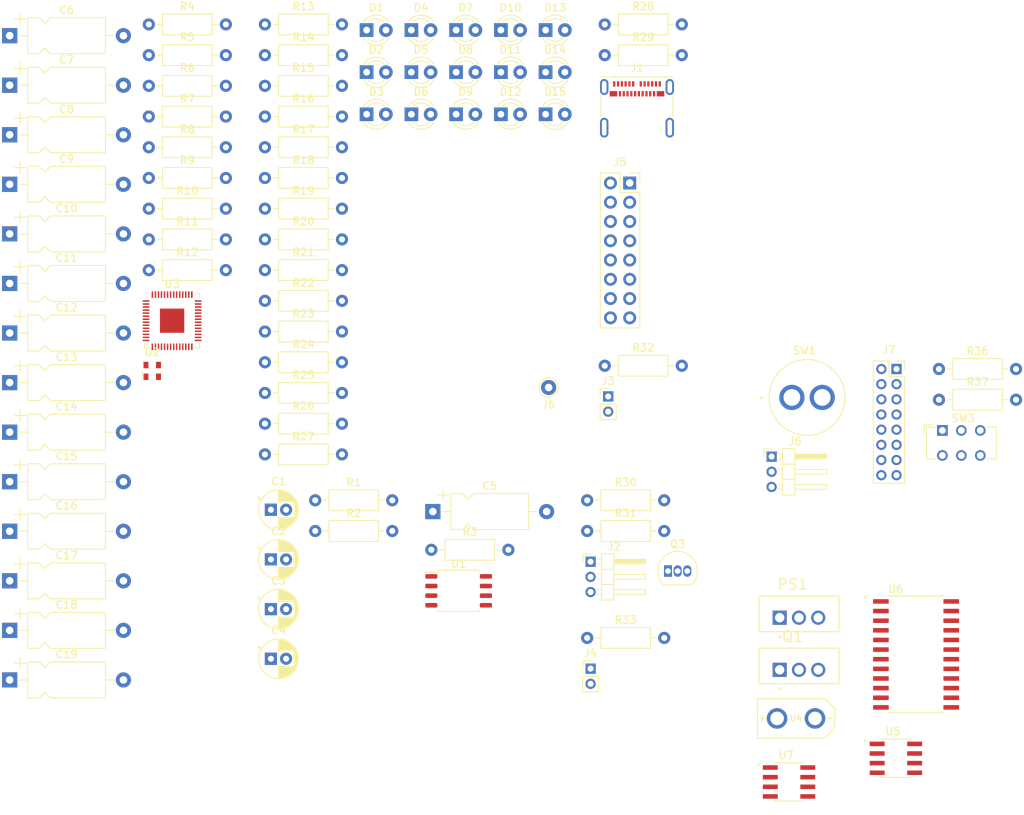
<source format=kicad_pcb>
(kicad_pcb (version 20221018) (generator pcbnew)
  (layers (0 "F.Cu" signal) (31 "B.Cu" signal) (34 "B.Paste" user) (35 "F.Paste" user) (36 "B.SilkS" user "B.Silkscreen") (37 "F.SilkS" user "F.Silkscreen") (38 "B.Mask" user) (39 "F.Mask" user) (44 "Edge.Cuts" user))
  (net 0 "")
  (net 1 "Net-(PS1-IN)")
  (net 2 "/GND")
  (net 3 "/5V")
  (net 4 "/3V3")
  (net 5 "/RP2040/~{RST}")
  (net 6 "/RP2040/1V1")
  (net 7 "Net-(D1-A)")
  (net 8 "Net-(D2-A)")
  (net 9 "Net-(D3-A)")
  (net 10 "Net-(D4-A)")
  (net 11 "Net-(D5-A)")
  (net 12 "Net-(D6-A)")
  (net 13 "Net-(D7-A)")
  (net 14 "Net-(D8-A)")
  (net 15 "Net-(D9-A)")
  (net 16 "Net-(D10-A)")
  (net 17 "Net-(D11-A)")
  (net 18 "Net-(D12-A)")
  (net 19 "Net-(D13-A)")
  (net 20 "Net-(D14-A)")
  (net 21 "Net-(D15-A)")
  (net 24 "Net-(J1-VBUS-PadA4)")
  (net 25 "Net-(J1-CC1)")
  (net 26 "/RP2040/USB_D+")
  (net 27 "/RP2040/USB_D-")
  (net 33 "Net-(J1-CC2)")
  (net 37 "Net-(J2-Pin_3)")
  (net 38 "Net-(J3-Pin_1)")
  (net 39 "Net-(J3-Pin_2)")
  (net 40 "Net-(J4-Pin_1)")
  (net 41 "Net-(J4-Pin_2)")
  (net 42 "Net-(Q3-B)")
  (net 43 "/DR16/USART RX")
  (net 44 "Net-(PS1-OUT)")
  (net 45 "/BOOTSEL/QSPI_SS")
  (net 46 "Net-(U2-Standby)")
  (net 47 "/RP2040/N_USB_D-")
  (net 48 "/RP2040/N_USB_D+")
  (net 49 "/Flash Memory/IO0")
  (net 50 "Net-(U3-QSPI_SD0)")
  (net 51 "/Flash Memory/IO1")
  (net 52 "Net-(U3-QSPI_SD1)")
  (net 53 "/Flash Memory/IO2")
  (net 54 "Net-(U3-QSPI_SD2)")
  (net 55 "/Flash Memory/IO3")
  (net 56 "Net-(U3-QSPI_SD3)")
  (net 57 "/Flash Memory/CLK")
  (net 58 "Net-(U3-QSPI_SCLK)")
  (net 59 "/LED Arrray/LEDx15/out_pin 1")
  (net 60 "/LED Arrray/LEDx15/out_pin 2")
  (net 61 "/LED Arrray/LEDx15/out_pin 3")
  (net 62 "/LED Arrray/LEDx15/out_pin 4")
  (net 63 "/LED Arrray/LEDx15/out_pin 5")
  (net 64 "/LED Arrray/LEDx15/out_pin 6")
  (net 65 "/LED Arrray/LEDx15/out_pin 7")
  (net 66 "/LED Arrray/LEDx15/out_pin 8")
  (net 67 "/LED Arrray/LEDx15/out_pin 9")
  (net 68 "/LED Arrray/LEDx15/out_pin 10")
  (net 69 "/LED Arrray/LEDx15/out_pin 11")
  (net 70 "/LED Arrray/LEDx15/out_pin 12")
  (net 71 "/LED Arrray/LEDx15/out_pin 13")
  (net 72 "/LED Arrray/LEDx15/out_pin 14")
  (net 73 "/LED Arrray/LEDx15/out_pin 15")
  (net 74 "Net-(U2-Out)")
  (net 75 "/CAN1_RX")
  (net 76 "/CAN1_TX")
  (net 77 "/CAN2_RX")
  (net 78 "/CAN2_TX")
  (net 79 "/RP2040/GPIO5")
  (net 80 "/RP2040/GPIO6")
  (net 81 "/RP2040/GPIO7")
  (net 82 "/RP2040/GPIO8")
  (net 83 "/RP2040/GPIO9")
  (net 84 "/RP2040/GPIO10")
  (net 85 "/RP2040/GPIO11")
  (net 86 "/RP2040/GPIO12")
  (net 87 "/RP2040/GPIO13")
  (net 88 "/RP2040/GPIO14")
  (net 89 "/RP2040/GPIO15")
  (net 91 "/RP2040/SWCLK")
  (net 92 "/RP2040/SWDIO")
  (net 93 "/RP2040/GPIO16")
  (net 94 "/RP2040/GPIO17")
  (net 95 "/LED Arrray/input 4")
  (net 96 "/LED Arrray/input 3")
  (net 97 "/LED Arrray/input 2")
  (net 98 "/LED Arrray/input 1")
  (net 99 "/RP2040/GPIO22")
  (net 100 "/RP2040/GPIO23")
  (net 101 "/RP2040/GPIO24")
  (net 102 "/RP2040/GPIO25")
  (net 103 "/RP2040/GPIO26_ADC0")
  (net 104 "/RP2040/GPIO27_ADC1")
  (net 105 "/RP2040/GPIO28_ADC2")
  (net 106 "/RP2040/GPIO29_ADC3")
  (net 107 "/BOOTSEL/3v3")
  (net 108 "Net-(R37-Pad1)")
  (footprint "Capacitor_THT:CP_Radial_D5.0mm_P2.00mm" (layer "F.Cu") (at 85.299775 107.96)
    (fp_text reference "C3" (at 1 -3.75) (layer "F.SilkS"))
    (fp_text value "22uF")
    (pad "1" thru_hole rect (at 0 0) (size 1.6 1.6) (drill 0.8) (layers "*.Cu" "*.Mask") (net 3 "/5V"))
    (pad "2" thru_hole circle (at 2 0) (size 1.6 1.6) (drill 0.8) (layers "*.Cu" "*.Mask") (net 2 "/GND"))
  )
  (footprint "Resistor_THT:R_Axial_DIN0207_L6.3mm_D2.5mm_P10.16mm_Horizontal" (layer "F.Cu") (at 69.2 63.26)
    (fp_text reference "R12" (at 5.08 -2.37) (layer "F.SilkS"))
    (fp_text value "27")
    (pad "1" thru_hole circle (at 0 0) (size 1.6 1.6) (drill 0.8) (layers "*.Cu" "*.Mask") (net 57 "/Flash Memory/CLK"))
    (pad "2" thru_hole oval (at 10.16 0) (size 1.6 1.6) (drill 0.8) (layers "*.Cu" "*.Mask") (net 58 "Net-(U3-QSPI_SCLK)"))
  )
  (footprint "Capacitor_THT:CP_Axial_L10.0mm_D4.5mm_P15.00mm_Horizontal" (layer "F.Cu") (at 50.85 117.3)
    (fp_text reference "C19" (at 7.5 -3.37) (layer "F.SilkS"))
    (fp_text value "1uF")
    (pad "1" thru_hole rect (at 0 0) (size 2 2) (drill 1) (layers "*.Cu" "*.Mask") (net 4 "/3V3"))
    (pad "2" thru_hole oval (at 15 0) (size 2 2) (drill 1) (layers "*.Cu" "*.Mask") (net 4 "/3V3"))
  )
  (footprint "Connector_PinHeader_2.00mm:PinHeader_1x02_P2.00mm_Vertical" (layer "F.Cu") (at 127.45 115.81)
    (fp_text reference "J4" (at 0 -2.06) (layer "F.SilkS"))
    (fp_text value "Conn_01x02")
    (pad "1" thru_hole rect (at 0 0) (size 1.35 1.35) (drill 0.8) (layers "*.Cu" "*.Mask") (net 40 "Net-(J4-Pin_1)"))
    (pad "2" thru_hole oval (at 0 2) (size 1.35 1.35) (drill 0.8) (layers "*.Cu" "*.Mask") (net 41 "Net-(J4-Pin_2)"))
  )
  (footprint "Resistor_THT:R_Axial_DIN0207_L6.3mm_D2.5mm_P10.16mm_Horizontal" (layer "F.Cu") (at 84.51 47.06)
    (fp_text reference "R17" (at 5.08 -2.37) (layer "F.SilkS"))
    (fp_text value "R_US")
    (pad "1" thru_hole circle (at 0 0) (size 1.6 1.6) (drill 0.8) (layers "*.Cu" "*.Mask") (net 63 "/LED Arrray/LEDx15/out_pin 5"))
    (pad "2" thru_hole oval (at 10.16 0) (size 1.6 1.6) (drill 0.8) (layers "*.Cu" "*.Mask") (net 11 "Net-(D5-A)"))
  )
  (footprint "Resistor_THT:R_Axial_DIN0207_L6.3mm_D2.5mm_P10.16mm_Horizontal" (layer "F.Cu") (at 129.32 30.86)
    (fp_text reference "R28" (at 5.08 -2.37) (layer "F.SilkS"))
    (fp_text value "5.1K")
    (pad "1" thru_hole circle (at 0 0) (size 1.6 1.6) (drill 0.8) (layers "*.Cu" "*.Mask") (net 33 "Net-(J1-CC2)"))
    (pad "2" thru_hole oval (at 10.16 0) (size 1.6 1.6) (drill 0.8) (layers "*.Cu" "*.Mask") (net 2 "/GND"))
  )
  (footprint "XT30UPB-M:XT30UPB-M" (layer "F.Cu") (at 154.5435 122.371)
    (fp_text reference "U4" (at 0 0) (layer "F.SilkS") (effects (font (size 0.787402 0.787402))))
    (fp_text value "XT30UPB-M")
    (pad "P$1" thru_hole circle (at -2.5 0) (size 2.7 2.7) (drill 1.8) (layers "*.Cu" "*.Mask") (net 1 "Net-(PS1-IN)"))
    (pad "P$2" thru_hole circle (at 2.5 0) (size 2.7 2.7) (drill 1.8) (layers "*.Cu" "*.Mask") (net 2 "/GND"))
  )
  (footprint "Capacitor_THT:CP_Axial_L10.0mm_D4.5mm_P15.00mm_Horizontal" (layer "F.Cu") (at 50.85 32.345)
    (fp_text reference "C6" (at 7.5 -3.37) (layer "F.SilkS"))
    (fp_text value "1uF")
    (pad "1" thru_hole rect (at 0 0) (size 2 2) (drill 1) (layers "*.Cu" "*.Mask") (net 5 "/RP2040/~{RST}"))
    (pad "2" thru_hole oval (at 15 0) (size 2 2) (drill 1) (layers "*.Cu" "*.Mask") (net 4 "/3V3"))
  )
  (footprint "LED_THT:LED_D3.0mm" (layer "F.Cu") (at 121.52 31.61)
    (fp_text reference "D13" (at 1.27 -2.96) (layer "F.SilkS"))
    (fp_text value "LED")
    (pad "1" thru_hole rect (at 0 0) (size 1.8 1.8) (drill 0.9) (layers "*.Cu" "*.Mask") (net 2 "/GND"))
    (pad "2" thru_hole circle (at 2.54 0) (size 1.8 1.8) (drill 0.9) (layers "*.Cu" "*.Mask") (net 19 "Net-(D13-A)"))
  )
  (footprint "Connector_PinHeader_2.00mm:PinHeader_1x03_P2.00mm_Horizontal" (layer "F.Cu") (at 151.32 87.85)
    (fp_text reference "J6" (at 3.1 -2) (layer "F.SilkS"))
    (fp_text value "Conn_01x03")
    (pad "1" thru_hole rect (at 0 0) (size 1.35 1.35) (drill 0.8) (layers "*.Cu" "*.Mask") (net 92 "/RP2040/SWDIO"))
    (pad "2" thru_hole oval (at 0 2) (size 1.35 1.35) (drill 0.8) (layers "*.Cu" "*.Mask") (net 2 "/GND"))
    (pad "3" thru_hole oval (at 0 4) (size 1.35 1.35) (drill 0.8) (layers "*.Cu" "*.Mask") (net 91 "/RP2040/SWCLK"))
  )
  (footprint "LED_THT:LED_D3.0mm" (layer "F.Cu") (at 121.52 42.71)
    (fp_text reference "D15" (at 1.27 -2.96) (layer "F.SilkS"))
    (fp_text value "LED")
    (pad "1" thru_hole rect (at 0 0) (size 1.8 1.8) (drill 0.9) (layers "*.Cu" "*.Mask") (net 2 "/GND"))
    (pad "2" thru_hole circle (at 2.54 0) (size 1.8 1.8) (drill 0.9) (layers "*.Cu" "*.Mask") (net 21 "Net-(D15-A)"))
  )
  (footprint "Button_Switch_THT:SW_CuK_JS202011CQN_DPDT_Straight" (layer "F.Cu") (at 173.84 84.4)
    (fp_text reference "SW3" (at 2.75 -1.6) (layer "F.SilkS"))
    (fp_text value "SW_Push_Dual")
    (pad "1" thru_hole rect (at 0 0) (size 1.4 1.4) (drill 0.9) (layers "*.Cu" "*.Mask") (net 108 "Net-(R37-Pad1)"))
    (pad "2" thru_hole circle (at 2.5 0) (size 1.4 1.4) (drill 0.9) (layers "*.Cu" "*.Mask") (net 108 "Net-(R37-Pad1)"))
    (pad "3" thru_hole circle (at 5 0) (size 1.4 1.4) (drill 0.9) (layers "*.Cu" "*.Mask") (net 2 "/GND"))
    (pad "4" thru_hole circle (at 0 3.3) (size 1.4 1.4) (drill 0.9) (layers "*.Cu" "*.Mask") (net 2 "/GND"))
    (pad "5" thru_hole circle (at 2.5 3.3) (size 1.4 1.4) (drill 0.9) (layers "*.Cu" "*.Mask"))
    (pad "6" thru_hole circle (at 5 3.3) (size 1.4 1.4) (drill 0.9) (layers "*.Cu" "*.Mask"))
  )
  (footprint "LED_THT:LED_D3.0mm" (layer "F.Cu") (at 97.92 42.71)
    (fp_text reference "D3" (at 1.27 -2.96) (layer "F.SilkS"))
    (fp_text value "LED")
    (pad "1" thru_hole rect (at 0 0) (size 1.8 1.8) (drill 0.9) (layers "*.Cu" "*.Mask") (net 2 "/GND"))
    (pad "2" thru_hole circle (at 2.54 0) (size 1.8 1.8) (drill 0.9) (layers "*.Cu" "*.Mask") (net 9 "Net-(D3-A)"))
  )
  (footprint "Resistor_THT:R_Axial_DIN0207_L6.3mm_D2.5mm_P10.16mm_Horizontal" (layer "F.Cu") (at 69.2 34.91)
    (fp_text reference "R5" (at 5.08 -2.37) (layer "F.SilkS"))
    (fp_text value "10 K")
    (pad "1" thru_hole circle (at 0 0) (size 1.6 1.6) (drill 0.8) (layers "*.Cu" "*.Mask") (net 4 "/3V3"))
    (pad "2" thru_hole oval (at 10.16 0) (size 1.6 1.6) (drill 0.8) (layers "*.Cu" "*.Mask") (net 5 "/RP2040/~{RST}"))
  )
  (footprint "Capacitor_THT:CP_Axial_L10.0mm_D4.5mm_P15.00mm_Horizontal" (layer "F.Cu") (at 50.85 38.88)
    (fp_text reference "C7" (at 7.5 -3.37) (layer "F.SilkS"))
    (fp_text value "1uF")
    (pad "1" thru_hole rect (at 0 0) (size 2 2) (drill 1) (layers "*.Cu" "*.Mask") (net 4 "/3V3"))
    (pad "2" thru_hole oval (at 15 0) (size 2 2) (drill 1) (layers "*.Cu" "*.Mask") (net 4 "/3V3"))
  )
  (footprint "PS1024ALRED:SW_PS1024ALRED" (layer "F.Cu") (at 155.995 80.05)
    (fp_text reference "SW1" (at -0.335 -6.185) (layer "F.SilkS"))
    (fp_text value "SW_Push")
    (pad "1" thru_hole circle (at -2 0) (size 3.32 3.32) (drill 2.21) (layers "*.Cu" "*.Mask") (net 5 "/RP2040/~{RST}"))
    (pad "2" thru_hole circle (at 2 0) (size 3.32 3.32) (drill 2.21) (layers "*.Cu" "*.Mask") (net 2 "/GND"))
  )
  (footprint "SN65HVD230DR:SOIC127P599X175-8N" (layer "F.Cu") (at 153.62 130.755)
    (fp_text reference "U7" (at -0.385 -3.537) (layer "F.SilkS"))
    (fp_text value "SN65HVD230DR")
    (pad "1" smd roundrect (at -2.47 -1.905) (size 1.97 0.6) (layers "F.Cu" "F.Paste" "F.Mask") (roundrect_rratio 0.07) (net 78 "/CAN2_TX"))
    (pad "2" smd roundrect (at -2.47 -0.635) (size 1.97 0.6) (layers "F.Cu" "F.Paste" "F.Mask") (roundrect_rratio 0.07) (net 2 "/GND"))
    (pad "3" smd roundrect (at -2.47 0.635) (size 1.97 0.6) (layers "F.Cu" "F.Paste" "F.Mask") (roundrect_rratio 0.07) (net 4 "/3V3"))
    (pad "4" smd roundrect (at -2.47 1.905) (size 1.97 0.6) (layers "F.Cu" "F.Paste" "F.Mask") (roundrect_rratio 0.07) (net 77 "/CAN2_RX"))
    (pad "5" smd roundrect (at 2.47 1.905) (size 1.97 0.6) (layers "F.Cu" "F.Paste" "F.Mask") (roundrect_rratio 0.07))
    (pad "6" smd roundrect (at 2.47 0.635) (size 1.97 0.6) (layers "F.Cu" "F.Paste" "F.Mask") (roundrect_rratio 0.07) (net 41 "Net-(J4-Pin_2)"))
    (pad "7" smd roundrect (at 2.47 -0.635) (size 1.97 0.6) (layers "F.Cu" "F.Paste" "F.Mask") (roundrect_rratio 0.07) (net 40 "Net-(J4-Pin_1)"))
    (pad "8" smd roundrect (at 2.47 -1.905) (size 1.97 0.6) (layers "F.Cu" "F.Paste" "F.Mask") (roundrect_rratio 0.07) (net 2 "/GND"))
  )
  (footprint "Package_DFN_QFN:QFN-56-1EP_7x7mm_P0.4mm_EP3.2x3.2mm" (layer "F.Cu") (at 72.27 69.93)
    (fp_text reference "U3" (at 0 -4.82) (layer "F.SilkS"))
    (fp_text value "RP2040")
    (pad "1" smd roundrect (at -3.4375 -2.6) (size 0.875 0.2) (layers "F.Cu" "F.Paste" "F.Mask") (net 4 "/3V3"))
    (pad "2" smd roundrect (at -3.4375 -2.2) (size 0.875 0.2) (layers "F.Cu" "F.Paste" "F.Mask") (net 43 "/DR16/USART RX"))
    (pad "3" smd roundrect (at -3.4375 -1.8) (size 0.875 0.2) (layers "F.Cu" "F.Paste" "F.Mask") (net 75 "/CAN1_RX"))
    (pad "4" smd roundrect (at -3.4375 -1.4) (size 0.875 0.2) (layers "F.Cu" "F.Paste" "F.Mask") (net 76 "/CAN1_TX"))
    (pad "5" smd roundrect (at -3.4375 -1) (size 0.875 0.2) (layers "F.Cu" "F.Paste" "F.Mask") (net 77 "/CAN2_RX"))
    (pad "6" smd roundrect (at -3.4375 -0.6) (size 0.875 0.2) (layers "F.Cu" "F.Paste" "F.Mask") (net 78 "/CAN2_TX"))
    (pad "7" smd roundrect (at -3.4375 -0.2) (size 0.875 0.2) (layers "F.Cu" "F.Paste" "F.Mask") (net 79 "/RP2040/GPIO5"))
    (pad "8" smd roundrect (at -3.4375 0.2) (size 0.875 0.2) (layers "F.Cu" "F.Paste" "F.Mask") (net 80 "/RP2040/GPIO6"))
    (pad "9" smd roundrect (at -3.4375 0.6) (size 0.875 0.2) (layers "F.Cu" "F.Paste" "F.Mask") (net 81 "/RP2040/GPIO7"))
    (pad "10" smd roundrect (at -3.4375 1) (size 0.875 0.2) (layers "F.Cu" "F.Paste" "F.Mask") (net 4 "/3V3"))
    (pad "11" smd roundrect (at -3.4375 1.4) (size 0.875 0.2) (layers "F.Cu" "F.Paste" "F.Mask") (net 82 "/RP2040/GPIO8"))
    (pad "12" smd roundrect (at -3.4375 1.8) (size 0.875 0.2) (layers "F.Cu" "F.Paste" "F.Mask") (net 83 "/RP2040/GPIO9"))
    (pad "13" smd roundrect (at -3.4375 2.2) (size 0.875 0.2) (layers "F.Cu" "F.Paste" "F.Mask") (net 84 "/RP2040/GPIO10"))
    (pad "14" smd roundrect (at -3.4375 2.6) (size 0.875 0.2) (layers "F.Cu" "F.Paste" "F.Mask") (net 85 "/RP2040/GPIO11"))
    (pad "15" smd roundrect (at -2.6 3.4375) (size 0.2 0.875) (layers "F.Cu" "F.Paste" "F.Mask") (net 86 "/RP2040/GPIO12"))
    (pad "16" smd roundrect (at -2.2 3.4375) (size 0.2 0.875) (layers "F.Cu" "F.Paste" "F.Mask") (net 87 "/RP2040/GPIO13"))
    (pad "17" smd roundrect (at -1.8 3.4375) (size 0.2 0.875) (layers "F.Cu" "F.Paste" "F.Mask") (net 88 "/RP2040/GPIO14"))
    (pad "18" smd roundrect (at -1.4 3.4375) (size 0.2 0.875) (layers "F.Cu" "F.Paste" "F.Mask") (net 89 "/RP2040/GPIO15"))
    (pad "19" smd roundrect (at -1 3.4375) (size 0.2 0.875) (layers "F.Cu" "F.Paste" "F.Mask") (net 4 "/3V3"))
    (pad "20" smd roundrect (at -0.6 3.4375) (size 0.2 0.875) (layers "F.Cu" "F.Paste" "F.Mask") (net 74 "Net-(U2-Out)"))
    (pad "21" smd roundrect (at -0.2 3.4375) (size 0.2 0.875) (layers "F.Cu" "F.Paste" "F.Mask"))
    (pad "22" smd roundrect (at 0.2 3.4375) (size 0.2 0.875) (layers "F.Cu" "F.Paste" "F.Mask") (net 4 "/3V3"))
    (pad "23" smd roundrect (at 0.6 3.4375) (size 0.2 0.875) (layers "F.Cu" "F.Paste" "F.Mask") (net 6 "/RP2040/1V1"))
    (pad "24" smd roundrect (at 1 3.4375) (size 0.2 0.875) (layers "F.Cu" "F.Paste" "F.Mask") (net 91 "/RP2040/SWCLK"))
    (pad "25" smd roundrect (at 1.4 3.4375) (size 0.2 0.875) (layers "F.Cu" "F.Paste" "F.Mask") (net 92 "/RP2040/SWDIO"))
    (pad "26" smd roundrect (at 1.8 3.4375) (size 0.2 0.875) (layers "F.Cu" "F.Paste" "F.Mask") (net 5 "/RP2040/~{RST}"))
    (pad "27" smd roundrect (at 2.2 3.4375) (size 0.2 0.875) (layers "F.Cu" "F.Paste" "F.Mask") (net 93 "/RP2040/GPIO16"))
    (pad "28" smd roundrect (at 2.6 3.4375) (size 0.2 0.875) (layers "F.Cu" "F.Paste" "F.Mask") (net 94 "/RP2040/GPIO17"))
    (pad "29" smd roundrect (at 3.4375 2.6) (size 0.875 0.2) (layers "F.Cu" "F.Paste" "F.Mask") (net 95 "/LED Arrray/input 4"))
    (pad "30" smd roundrect (at 3.4375 2.2) (size 0.875 0.2) (layers "F.Cu" "F.Paste" "F.Mask") (net 96 "/LED Arrray/input 3"))
    (pad "31" smd roundrect (at 3.4375 1.8) (size 0.875 0.2) (layers "F.Cu" "F.Paste" "F.Mask") (net 97 "/LED Arrray/input 2"))
    (pad "32" smd roundrect (at 3.4375 1.4) (size 0.875 0.2) (layers "F.Cu" "F.Paste" "F.Mask") (net 98 "/LED Arrray/input 1"))
    (pad "33" smd roundrect (at 3.4375 1) (size 0.875 0.2) (layers "F.Cu" "F.Paste" "F.Mask") (net 4 "/3V3"))
    (pad "34" smd roundrect (at 3.4375 0.6) (size 0.875 0.2) (layers "F.Cu" "F.Paste" "F.Mask") (net 99 "/RP2040/GPIO22"))
    (pad "35" smd roundrect (at 3.4375 0.2) (size 0.875 0.2) (layers "F.Cu" "F.Paste" "F.Mask") (net 100 "/RP2040/GPIO23"))
    (pad "36" smd roundrect (at 3.4375 -0.2) (size 0.875 0.2) (layers "F.Cu" "F.Paste" "F.Mask") (net 101 "/RP2040/GPIO24"))
    (pad "37" smd roundrect (at 3.4375 -0.6) (size 0.875 0.2) (layers "F.Cu" "F.Paste" "F.Mask") (net 102 "/RP2040/GPIO25"))
    (pad "38" smd roundrect (at 3.4375 -1) (size 0.875 0.2) (layers "F.Cu" "F.Paste" "F.Mask") (net 103 "/RP2040/GPIO26_ADC0"))
    (pad "39" smd roundrect (at 3.4375 -1.4) (size 0.875 0.2) (layers "F.Cu" "F.Paste" "F.Mask") (net 104 "/RP2040/GPIO27_ADC1"))
    (pad "40" smd roundrect (at 3.4375 -1.8) (size 0.875 0.2) (layers "F.Cu" "F.Paste" "F.Mask") (net 105 "/RP2040/GPIO28_ADC2"))
    (pad "41" smd roundrect (at 3.4375 -2.2) (size 0.875 0.2) (layers "F.Cu" "F.Paste" "F.Mask") (net 106 "/RP2040/GPIO29_ADC3"))
    (pad "42" smd roundrect (at 3.4375 -2.6) (size 0.875 0.2) (layers "F.Cu" "F.Paste" "F.Mask") (net 4 "/3V3"))
    (pad "43" smd roundrect (at 2.6 -3.4375) (size 0.2 0.875) (layers "F.Cu" "F.Paste" "F.Mask") (net 4 "/3V3"))
    (pad "44" smd roundrect (at 2.2 -3.4375) (size 0.2 0.875) (layers "F.Cu" "F.Paste" "F.Mask") (net 4 "/3V3"))
    (pad "45" smd roundrect (at 1.8 -3.4375) (size 0.2 0.875) (layers "F.Cu" "F.Paste" "F.Mask") (net 6 "/RP2040/1V1"))
    (pad "46" smd roundrect (at 1.4 -3.4375) (size 0.2 0.875) (layers "F.Cu" "F.Paste" "F.Mask") (net 48 "/RP2040/N_USB_D+"))
    (pad "47" smd roundrect (at 1 -3.4375) (size 0.2 0.875) (layers "F.Cu" "F.Paste" "F.Mask") (net 47 "/RP2040/N_USB_D-"))
    (pad "48" smd roundrect (at 0.6 -3.4375) (size 0.2 0.875) (layers "F.Cu" "F.Paste" "F.Mask") (net 4 "/3V3"))
    (pad "49" smd roundrect (at 0.2 -3.4375) (size 0.2 0.875) (layers "F.Cu" "F.Paste" "F.Mask") (net 4 "/3V3"))
    (pad "50" smd roundrect (at -0.2 -3.4375) (size 0.2 0.875) (layers "F.Cu" "F.Paste" "F.Mask") (net 6 "/RP2040/1V1"))
    (pad "51" smd roundrect (at -0.6 -3.4375) (size 0.2 0.875) (layers "F.Cu" "F.Paste" "F.Mask") (net 56 "Net-(U3-QSPI_SD3)"))
    (pad "52" smd roundrect (at -1 -3.4375) (size 0.2 0.875) (layers "F.Cu" "F.Paste" "F.Mask") (net 58 "Net-(U3-QSPI_SCLK)"))
    (pad "53" smd roundrect (at -1.4 -3.4375) (size 0.2 0.875) (layers "F.Cu" "F.Paste" "F.Mask") (net 50 "Net-(U3-QSPI_SD0)"))
    (pad "54" smd roundrect (at -1.8 -3.4375) (size 0.2 0.875) (layers "F.Cu" "F.Paste" "F.Mask") (net 54 "Net-(U3-QSPI_SD2)"))
    (pad "55" smd roundrect (at -2.2 -3.4375) (size 0.2 0.875) (layers "F.Cu" "F.Paste" "F.Mask") (net 52 "Net-(U3-QSPI_SD1)"))
    (pad "56" smd roundrect (at -2.6 -3.4375) (size 0.2 0.875) (layers "F.Cu" "F.Paste" "F.Mask") (net 45 "/BOOTSEL/QSPI_SS"))
    (pad "57" smd rect (at 0 0) (size 3.2 3.2) (layers "F.Cu" "F.Mask") (net 4 "/3V3"))
  )
  (footprint "Capacitor_THT:CP_Axial_L10.0mm_D4.5mm_P15.00mm_Horizontal" (layer "F.Cu") (at 50.85 51.95)
    (fp_text reference "C9" (at 7.5 -3.37) (layer "F.SilkS"))
    (fp_text value "1uF")
    (pad "1" thru_hole rect (at 0 0) (size 2 2) (drill 1) (layers "*.Cu" "*.Mask") (net 6 "/RP2040/1V1"))
    (pad "2" thru_hole oval (at 15 0) (size 2 2) (drill 1) (layers "*.Cu" "*.Mask") (net 4 "/3V3"))
  )
  (footprint "Resistor_THT:R_Axial_DIN0207_L6.3mm_D2.5mm_P10.16mm_Horizontal" (layer "F.Cu") (at 69.2 47.06)
    (fp_text reference "R8" (at 5.08 -2.37) (layer "F.SilkS"))
    (fp_text value "27")
    (pad "1" thru_hole circle (at 0 0) (size 1.6 1.6) (drill 0.8) (layers "*.Cu" "*.Mask") (net 49 "/Flash Memory/IO0"))
    (pad "2" thru_hole oval (at 10.16 0) (size 1.6 1.6) (drill 0.8) (layers "*.Cu" "*.Mask") (net 50 "Net-(U3-QSPI_SD0)"))
  )
  (footprint "Resistor_THT:R_Axial_DIN0207_L6.3mm_D2.5mm_P10.16mm_Horizontal" (layer "F.Cu") (at 69.2 30.86)
    (fp_text reference "R4" (at 5.08 -2.37) (layer "F.SilkS"))
    (fp_text value "10 K")
    (pad "1" thru_hole circle (at 0 0) (size 1.6 1.6) (drill 0.8) (layers "*.Cu" "*.Mask") (net 4 "/3V3"))
    (pad "2" thru_hole oval (at 10.16 0) (size 1.6 1.6) (drill 0.8) (layers "*.Cu" "*.Mask") (net 46 "Net-(U2-Standby)"))
  )
  (footprint "Capacitor_THT:CP_Radial_D5.0mm_P2.00mm" (layer "F.Cu") (at 85.299775 114.51)
    (fp_text reference "C4" (at 1 -3.75) (layer "F.SilkS"))
    (fp_text value "10uF MUST BE TANTALUM")
    (pad "1" thru_hole rect (at 0 0) (size 1.6 1.6) (drill 0.8) (layers "*.Cu" "*.Mask") (net 4 "/3V3"))
    (pad "2" thru_hole circle (at 2 0) (size 1.6 1.6) (drill 0.8) (layers "*.Cu" "*.Mask") (net 2 "/GND"))
  )
  (footprint "Package_TO_SOT_THT:TO-92_Inline" (layer "F.Cu") (at 137.66 102.94)
    (fp_text reference "Q3" (at 1.27 -3.56) (layer "F.SilkS"))
    (fp_text value "PN2222A")
    (pad "1" thru_hole rect (at 0 0) (size 1.05 1.5) (drill 0.75) (layers "*.Cu" "*.Mask") (net 2 "/GND"))
    (pad "2" thru_hole oval (at 1.27 0) (size 1.05 1.5) (drill 0.75) (layers "*.Cu" "*.Mask") (net 42 "Net-(Q3-B)"))
    (pad "3" thru_hole oval (at 2.54 0) (size 1.05 1.5) (drill 0.75) (layers "*.Cu" "*.Mask") (net 43 "/DR16/USART RX"))
  )
  (footprint "LED_THT:LED_D3.0mm" (layer "F.Cu") (at 115.62 31.61)
    (fp_text reference "D10" (at 1.27 -2.96) (layer "F.SilkS"))
    (fp_text value "LED")
    (pad "1" thru_hole rect (at 0 0) (size 1.8 1.8) (drill 0.9) (layers "*.Cu" "*.Mask") (net 2 "/GND"))
    (pad "2" thru_hole circle (at 2.54 0) (size 1.8 1.8) (drill 0.9) (layers "*.Cu" "*.Mask") (net 16 "Net-(D10-A)"))
  )
  (footprint "Capacitor_THT:CP_Axial_L10.0mm_D4.5mm_P15.00mm_Horizontal" (layer "F.Cu") (at 50.85 78.09)
    (fp_text reference "C13" (at 7.5 -3.37) (layer "F.SilkS"))
    (fp_text value "1uF")
    (pad "1" thru_hole rect (at 0 0) (size 2 2) (drill 1) (layers "*.Cu" "*.Mask") (net 4 "/3V3"))
    (pad "2" thru_hole oval (at 15 0) (size 2 2) (drill 1) (layers "*.Cu" "*.Mask") (net 4 "/3V3"))
  )
  (footprint "Capacitor_THT:CP_Axial_L10.0mm_D4.5mm_P15.00mm_Horizontal" (layer "F.Cu") (at 106.65 95.095)
    (fp_text reference "C5" (at 7.5 -3.37) (layer "F.SilkS"))
    (fp_text value "1uF")
    (pad "1" thru_hole rect (at 0 0) (size 2 2) (drill 1) (layers "*.Cu" "*.Mask") (net 2 "/GND"))
    (pad "2" thru_hole oval (at 15 0) (size 2 2) (drill 1) (layers "*.Cu" "*.Mask") (net 4 "/3V3"))
  )
  (footprint "Connector_PinSocket_2.54mm:PinSocket_2x08_P2.54mm_Vertical" (layer "F.Cu") (at 132.61 51.77)
    (fp_text reference "J5" (at -1.27 -2.77) (layer "F.SilkS"))
    (fp_text value "Conn_02x08_Row_Letter_First")
    (pad "1" thru_hole rect (at 0 0) (size 1.7 1.7) (drill 1) (layers "*.Cu" "*.Mask"))
    (pad "2" thru_hole oval (at -2.54 0) (size 1.7 1.7) (drill 1) (layers "*.Cu" "*.Mask"))
    (pad "3" thru_hole oval (at 0 2.54) (size 1.7 1.7) (drill 1) (layers "*.Cu" "*.Mask"))
    (pad "4" thru_hole oval (at -2.54 2.54) (size 1.7 1.7) (drill 1) (layers "*.Cu" "*.Mask"))
    (pad "5" thru_hole oval (at 0 5.08) (size 1.7 1.7) (drill 1) (layers "*.Cu" "*.Mask"))
    (pad "6" thru_hole oval (at -2.54 5.08) (size 1.7 1.7) (drill 1) (layers "*.Cu" "*.Mask"))
    (pad "7" thru_hole oval (at 0 7.62) (size 1.7 1.7) (drill 1) (layers "*.Cu" "*.Mask"))
    (pad "8" thru_hole oval (at -2.54 7.62) (size 1.7 1.7) (drill 1) (layers "*.Cu" "*.Mask"))
    (pad "9" thru_hole oval (at 0 10.16) (size 1.7 1.7) (drill 1) (layers "*.Cu" "*.Mask"))
    (pad "10" thru_hole oval (at -2.54 10.16) (size 1.7 1.7) (drill 1) (layers "*.Cu" "*.Mask"))
    (pad "11" thru_hole oval (at 0 12.7) (size 1.7 1.7) (drill 1) (layers "*.Cu" "*.Mask"))
    (pad "12" thru_hole oval (at -2.54 12.7) (size 1.7 1.7) (drill 1) (layers "*.Cu" "*.Mask"))
    (pad "13" thru_hole oval (at 0 15.24) (size 1.7 1.7) (drill 1) (layers "*.Cu" "*.Mask"))
    (pad "14" thru_hole oval (at -2.54 15.24) (size 1.7 1.7) (drill 1) (layers "*.Cu" "*.Mask"))
    (pad "15" thru_hole oval (at 0 17.78) (size 1.7 1.7) (drill 1) (layers "*.Cu" "*.Mask"))
    (pad "16" thru_hole oval (at -2.54 17.78) (size 1.7 1.7) (drill 1) (layers "*.Cu" "*.Mask"))
  )
  (footprint "Resistor_THT:R_Axial_DIN0207_L6.3mm_D2.5mm_P10.16mm_Horizontal" (layer "F.Cu") (at 173.39 76.3)
    (fp_text reference "R36" (at 5.08 -2.37) (layer "F.SilkS"))
    (fp_text value "1K")
    (pad "1" thru_hole circle (at 0 0) (size 1.6 1.6) (drill 0.8) (layers "*.Cu" "*.Mask") (net 107 "/BOOTSEL/3v3"))
    (pad "2" thru_hole oval (at 10.16 0) (size 1.6 1.6) (drill 0.8) (layers "*.Cu" "*.Mask") (net 45 "/BOOTSEL/QSPI_SS"))
  )
  (footprint "Resistor_THT:R_Axial_DIN0207_L6.3mm_D2.5mm_P10.16mm_Horizontal" (layer "F.Cu") (at 84.51 87.56)
    (fp_text reference "R27" (at 5.08 -2.37) (layer "F.SilkS"))
    (fp_text value "R_US")
    (pad "1" thru_hole circle (at 0 0) (size 1.6 1.6) (drill 0.8) (layers "*.Cu" "*.Mask") (net 73 "/LED Arrray/LEDx15/out_pin 15"))
    (pad "2" thru_hole oval (at 10.16 0) (size 1.6 1.6) (drill 0.8) (layers "*.Cu" "*.Mask") (net 21 "Net-(D15-A)"))
  )
  (footprint "Capacitor_THT:CP_Axial_L10.0mm_D4.5mm_P15.00mm_Horizontal" (layer "F.Cu") (at 50.85 84.625)
    (fp_text reference "C14" (at 7.5 -3.37) (layer "F.SilkS"))
    (fp_text value "1uF")
    (pad "1" thru_hole rect (at 0 0) (size 2 2) (drill 1) (layers "*.Cu" "*.Mask") (net 4 "/3V3"))
    (pad "2" thru_hole oval (at 15 0) (size 2 2) (drill 1) (layers "*.Cu" "*.Mask") (net 4 "/3V3"))
  )
  (footprint "Resistor_THT:R_Axial_DIN0207_L6.3mm_D2.5mm_P10.16mm_Horizontal" (layer "F.Cu") (at 84.51 51.11)
    (fp_text reference "R18" (at 5.08 -2.37) (layer "F.SilkS"))
    (fp_text value "R_US")
    (pad "1" thru_hole circle (at 0 0) (size 1.6 1.6) (drill 0.8) (layers "*.Cu" "*.Mask") (net 64 "/LED Arrray/LEDx15/out_pin 6"))
    (pad "2" thru_hole oval (at 10.16 0) (size 1.6 1.6) (drill 0.8) (layers "*.Cu" "*.Mask") (net 12 "Net-(D6-A)"))
  )
  (footprint "Resistor_THT:R_Axial_DIN0207_L6.3mm_D2.5mm_P10.16mm_Horizontal" (layer "F.Cu") (at 127 97.66)
    (fp_text reference "R31" (at 5.08 -2.37) (layer "F.SilkS"))
    (fp_text value "R")
    (pad "1" thru_hole circle (at 0 0) (size 1.6 1.6) (drill 0.8) (layers "*.Cu" "*.Mask") (net 4 "/3V3"))
    (pad "2" thru_hole oval (at 10.16 0) (size 1.6 1.6) (drill 0.8) (layers "*.Cu" "*.Mask") (net 43 "/DR16/USART RX"))
  )
  (footprint "LED_THT:LED_D3.0mm" (layer "F.Cu") (at 109.72 42.71)
    (fp_text reference "D9" (at 1.27 -2.96) (layer "F.SilkS"))
    (fp_text value "LED")
    (pad "1" thru_hole rect (at 0 0) (size 1.8 1.8) (drill 0.9) (layers "*.Cu" "*.Mask") (net 2 "/GND"))
    (pad "2" thru_hole circle (at 2.54 0) (size 1.8 1.8) (drill 0.9) (layers "*.Cu" "*.Mask") (net 15 "Net-(D9-A)"))
  )
  (footprint "CD4514BM:SOIC127P1030X265-24N" (layer "F.Cu") (at 170.37 113.9325)
    (fp_text reference "U6" (at -2.685 -8.612) (layer "F.SilkS"))
    (fp_text value "CD4514BM")
    (pad "1" smd roundrect (at -4.64 -6.985) (size 2.06 0.6) (layers "F.Cu" "F.Paste" "F.Mask") (roundrect_rratio 0.07))
    (pad "2" smd roundrect (at -4.64 -5.715) (size 2.06 0.6) (layers "F.Cu" "F.Paste" "F.Mask") (roundrect_rratio 0.07) (net 98 "/LED Arrray/input 1"))
    (pad "3" smd roundrect (at -4.64 -4.445) (size 2.06 0.6) (layers "F.Cu" "F.Paste" "F.Mask") (roundrect_rratio 0.07) (net 97 "/LED Arrray/input 2"))
    (pad "4" smd roundrect (at -4.64 -3.175) (size 2.06 0.6) (layers "F.Cu" "F.Paste" "F.Mask") (roundrect_rratio 0.07) (net 65 "/LED Arrray/LEDx15/out_pin 7"))
    (pad "5" smd roundrect (at -4.64 -1.905) (size 2.06 0.6) (layers "F.Cu" "F.Paste" "F.Mask") (roundrect_rratio 0.07) (net 64 "/LED Arrray/LEDx15/out_pin 6"))
    (pad "6" smd roundrect (at -4.64 -0.635) (size 2.06 0.6) (layers "F.Cu" "F.Paste" "F.Mask") (roundrect_rratio 0.07) (net 63 "/LED Arrray/LEDx15/out_pin 5"))
    (pad "7" smd roundrect (at -4.64 0.635) (size 2.06 0.6) (layers "F.Cu" "F.Paste" "F.Mask") (roundrect_rratio 0.07) (net 62 "/LED Arrray/LEDx15/out_pin 4"))
    (pad "8" smd roundrect (at -4.64 1.905) (size 2.06 0.6) (layers "F.Cu" "F.Paste" "F.Mask") (roundrect_rratio 0.07) (net 61 "/LED Arrray/LEDx15/out_pin 3"))
    (pad "9" smd roundrect (at -4.64 3.175) (size 2.06 0.6) (layers "F.Cu" "F.Paste" "F.Mask") (roundrect_rratio 0.07) (net 60 "/LED Arrray/LEDx15/out_pin 2"))
    (pad "10" smd roundrect (at -4.64 4.445) (size 2.06 0.6) (layers "F.Cu" "F.Paste" "F.Mask") (roundrect_rratio 0.07) (net 59 "/LED Arrray/LEDx15/out_pin 1"))
    (pad "11" smd roundrect (at -4.64 5.715) (size 2.06 0.6) (layers "F.Cu" "F.Paste" "F.Mask") (roundrect_rratio 0.07))
    (pad "12" smd roundrect (at -4.64 6.985) (size 2.06 0.6) (layers "F.Cu" "F.Paste" "F.Mask") (roundrect_rratio 0.07) (net 2 "/GND"))
    (pad "13" smd roundrect (at 4.64 6.985) (size 2.06 0.6) (layers "F.Cu" "F.Paste" "F.Mask") (roundrect_rratio 0.07) (net 71 "/LED Arrray/LEDx15/out_pin 13"))
    (pad "14" smd roundrect (at 4.64 5.715) (size 2.06 0.6) (layers "F.Cu" "F.Paste" "F.Mask") (roundrect_rratio 0.07) (net 70 "/LED Arrray/LEDx15/out_pin 12"))
    (pad "15" smd roundrect (at 4.64 4.445) (size 2.06 0.6) (layers "F.Cu" "F.Paste" "F.Mask") (roundrect_rratio 0.07) (net 73 "/LED Arrray/LEDx15/out_pin 15"))
    (pad "16" smd roundrect (at 4.64 3.175) (size 2.06 0.6) (layers "F.Cu" "F.Paste" "F.Mask") (roundrect_rratio 0.07) (net 72 "/LED Arrray/LEDx15/out_pin 14"))
    (pad "17" smd roundrect (at 4.64 1.905) (size 2.06 0.6) (layers "F.Cu" "F.Paste" "F.Mask") (roundrect_rratio 0.07) (net 67 "/LED Arrray/LEDx15/out_pin 9"))
    (pad "18" smd roundrect (at 4.64 0.635) (size 2.06 0.6) (layers "F.Cu" "F.Paste" "F.Mask") (roundrect_rratio 0.07) (net 66 "/LED Arrray/LEDx15/out_pin 8"))
    (pad "19" smd roundrect (at 4.64 -0.635) (size 2.06 0.6) (layers "F.Cu" "F.Paste" "F.Mask") (roundrect_rratio 0.07) (net 69 "/LED Arrray/LEDx15/out_pin 11"))
    (pad "20" smd roundrect (at 4.64 -1.905) (size 2.06 0.6) (layers "F.Cu" "F.Paste" "F.Mask") (roundrect_rratio 0.07) (net 68 "/LED Arrray/LEDx15/out_pin 10"))
    (pad "21" smd roundrect (at 4.64 -3.175) (size 2.06 0.6) (layers "F.Cu" "F.Paste" "F.Mask") (roundrect_rratio 0.07) (net 96 "/LED Arrray/input 3"))
    (pad "22" smd roundrect (at 4.64 -4.445) (size 2.06 0.6) (layers "F.Cu" "F.Paste" "F.Mask") (roundrect_rratio 0.07) (net 95 "/LED Arrray/input 4"))
    (pad "23" smd roundrect (at 4.64 -5.715) (size 2.06 0.6) (layers "F.Cu" "F.Paste" "F.Mask") (roundrect_rratio 0.07))
    (pad "24" smd roundrect (at 4.64 -6.985) (size 2.06 0.6) (layers "F.Cu" "F.Paste" "F.Mask") (roundrect_rratio 0.07) (net 3 "/5V"))
  )
  (footprint "Capacitor_THT:CP_Axial_L10.0mm_D4.5mm_P15.00mm_Horizontal" (layer "F.Cu") (at 50.85 91.16)
    (fp_text reference "C15" (at 7.5 -3.37) (layer "F.SilkS"))
    (fp_text value "1uF")
    (pad "1" thru_hole rect (at 0 0) (size 2 2) (drill 1) (layers "*.Cu" "*.Mask") (net 4 "/3V3"))
    (pad "2" thru_hole oval (at 15 0) (size 2 2) (drill 1) (layers "*.Cu" "*.Mask") (net 4 "/3V3"))
  )
  (footprint "LED_THT:LED_D3.0mm" (layer "F.Cu") (at 109.72 37.16)
    (fp_text reference "D8" (at 1.27 -2.96) (layer "F.SilkS"))
    (fp_text value "LED")
    (pad "1" thru_hole rect (at 0 0) (size 1.8 1.8) (drill 0.9) (layers "*.Cu" "*.Mask") (net 2 "/GND"))
    (pad "2" thru_hole circle (at 2.54 0) (size 1.8 1.8) (drill 0.9) (layers "*.Cu" "*.Mask") (net 14 "Net-(D8-A)"))
  )
  (footprint "Resistor_THT:R_Axial_DIN0207_L6.3mm_D2.5mm_P10.16mm_Horizontal" (layer "F.Cu") (at 84.51 83.51)
    (fp_text reference "R26" (at 5.08 -2.37) (layer "F.SilkS"))
    (fp_text value "R_US")
    (pad "1" thru_hole circle (at 0 0) (size 1.6 1.6) (drill 0.8) (layers "*.Cu" "*.Mask") (net 72 "/LED Arrray/LEDx15/out_pin 14"))
    (pad "2" thru_hole oval (at 10.16 0) (size 1.6 1.6) (drill 0.8) (layers "*.Cu" "*.Mask") (net 20 "Net-(D14-A)"))
  )
  (footprint "LED_THT:LED_D3.0mm" (layer "F.Cu") (at 97.92 31.61)
    (fp_text reference "D1" (at 1.27 -2.96) (layer "F.SilkS"))
    (fp_text value "LED")
    (pad "1" thru_hole rect (at 0 0) (size 1.8 1.8) (drill 0.9) (layers "*.Cu" "*.Mask") (net 2 "/GND"))
    (pad "2" thru_hole circle (at 2.54 0) (size 1.8 1.8) (drill 0.9) (layers "*.Cu" "*.Mask") (net 7 "Net-(D1-A)"))
  )
  (footprint "Capacitor_THT:CP_Axial_L10.0mm_D4.5mm_P15.00mm_Horizontal" (layer "F.Cu") (at 50.85 45.415)
    (fp_text reference "C8" (at 7.5 -3.37) (layer "F.SilkS"))
    (fp_text value "1uF")
    (pad "1" thru_hole rect (at 0 0) (size 2 2) (drill 1) (layers "*.Cu" "*.Mask") (net 6 "/RP2040/1V1"))
    (pad "2" thru_hole oval (at 15 0) (size 2 2) (drill 1) (layers "*.Cu" "*.Mask") (net 4 "/3V3"))
  )
  (footprint "LED_THT:LED_D3.0mm" (layer "F.Cu") (at 103.82 31.61)
    (fp_text reference "D4" (at 1.27 -2.96) (layer "F.SilkS"))
    (fp_text value "LED")
    (pad "1" thru_hole rect (at 0 0) (size 1.8 1.8) (drill 0.9) (layers "*.Cu" "*.Mask") (net 2 "/GND"))
    (pad "2" thru_hole circle (at 2.54 0) (size 1.8 1.8) (drill 0.9) (layers "*.Cu" "*.Mask") (net 10 "Net-(D4-A)"))
  )
  (footprint "Capacitor_THT:CP_Axial_L10.0mm_D4.5mm_P15.00mm_Horizontal" (layer "F.Cu") (at 50.85 71.555)
    (fp_text reference "C12" (at 7.5 -3.37) (layer "F.SilkS"))
    (fp_text value "1uF")
    (pad "1" thru_hole rect (at 0 0) (size 2 2) (drill 1) (layers "*.Cu" "*.Mask") (net 4 "/3V3"))
    (pad "2" thru_hole oval (at 15 0) (size 2 2) (drill 1) (layers "*.Cu" "*.Mask") (net 4 "/3V3"))
  )
  (footprint "Resistor_THT:R_Axial_DIN0207_L6.3mm_D2.5mm_P10.16mm_Horizontal" (layer "F.Cu") (at 84.51 30.86)
    (fp_text reference "R13" (at 5.08 -2.37) (layer "F.SilkS"))
    (fp_text value "R_US")
    (pad "1" thru_hole circle (at 0 0) (size 1.6 1.6) (drill 0.8) (layers "*.Cu" "*.Mask") (net 59 "/LED Arrray/LEDx15/out_pin 1"))
    (pad "2" thru_hole oval (at 10.16 0) (size 1.6 1.6) (drill 0.8) (layers "*.Cu" "*.Mask") (net 7 "Net-(D1-A)"))
  )
  (footprint "Oscillator:Oscillator_SMD_Abracon_ASDMB-4Pin_2.5x2.0mm" (layer "F.Cu") (at 69.65 76.55)
    (fp_text reference "U2" (at 0 -2.45) (layer "F.SilkS"))
    (fp_text value "ASDMB-12MHz")
    (pad "1" smd rect (at -0.825 0.775) (size 0.65 0.85) (layers "F.Cu" "F.Paste" "F.Mask") (net 46 "Net-(U2-Standby)"))
    (pad "2" smd rect (at 0.825 0.775) (size 0.65 0.85) (layers "F.Cu" "F.Paste" "F.Mask") (net 4 "/3V3"))
    (pad "3" smd rect (at 0.825 -0.775) (size 0.65 0.85) (layers "F.Cu" "F.Paste" "F.Mask") (net 74 "Net-(U2-Out)"))
    (pad "4" smd rect (at -0.825 -0.775) (size 0.65 0.85) (layers "F.Cu" "F.Paste" "F.Mask") (net 4 "/3V3"))
  )
  (footprint "LED_THT:LED_D3.0mm" (layer "F.Cu") (at 97.92 37.16)
    (fp_text reference "D2" (at 1.27 -2.96) (layer "F.SilkS"))
    (fp_text value "LED")
    (pad "1" thru_hole rect (at 0 0) (size 1.8 1.8) (drill 0.9) (layers "*.Cu" "*.Mask") (net 2 "/GND"))
    (pad "2" thru_hole circle (at 2.54 0) (size 1.8 1.8) (drill 0.9) (layers "*.Cu" "*.Mask") (net 8 "Net-(D2-A)"))
  )
  (footprint "Resistor_THT:R_Axial_DIN0207_L6.3mm_D2.5mm_P10.16mm_Horizontal" (layer "F.Cu") (at 127 111.76)
    (fp_text reference "R33" (at 5.08 -2.37) (layer "F.SilkS"))
    (fp_text value "120")
    (pad "1" thru_hole circle (at 0 0) (size 1.6 1.6) (drill 0.8) (layers "*.Cu" "*.Mask") (net 40 "Net-(J4-Pin_1)"))
    (pad "2" thru_hole oval (at 10.16 0) (size 1.6 1.6) (drill 0.8) (layers "*.Cu" "*.Mask") (net 41 "Net-(J4-Pin_2)"))
  )
  (footprint "Resistor_THT:R_Axial_DIN0207_L6.3mm_D2.5mm_P10.16mm_Horizontal" (layer "F.Cu") (at 84.51 75.41)
    (fp_text reference "R24" (at 5.08 -2.37) (layer "F.SilkS"))
    (fp_text value "R_US")
    (pad "1" thru_hole circle (at 0 0) (size 1.6 1.6) (drill 0.8) (layers "*.Cu" "*.Mask") (net 70 "/LED Arrray/LEDx15/out_pin 12"))
    (pad "2" thru_hole oval (at 10.16 0) (size 1.6 1.6) (drill 0.8) (layers "*.Cu" "*.Mask") (net 18 "Net-(D12-A)"))
  )
  (footprint "LED_THT:LED_D3.0mm" (layer "F.Cu") (at 109.72 31.61)
    (fp_text reference "D7" (at 1.27 -2.96) (layer "F.SilkS"))
    (fp_text value "LED")
    (pad "1" thru_hole rect (at 0 0) (size 1.8 1.8) (drill 0.9) (layers "*.Cu" "*.Mask") (net 2 "/GND"))
    (pad "2" thru_hole circle (at 2.54 0) (size 1.8 1.8) (drill 0.9) (layers "*.Cu" "*.Mask") (net 13 "Net-(D7-A)"))
  )
  (footprint "Resistor_THT:R_Axial_DIN0207_L6.3mm_D2.5mm_P10.16mm_Horizontal" (layer "F.Cu") (at 69.2 55.16)
    (fp_text reference "R10" (at 5.08 -2.37) (layer "F.SilkS"))
    (fp_text value "27")
    (pad "1" thru_hole circle (at 0 0) (size 1.6 1.6) (drill 0.8) (layers "*.Cu" "*.Mask") (net 53 "/Flash Memory/IO2"))
    (pad "2" thru_hole oval (at 10.16 0) (size 1.6 1.6) (drill 0.8) (layers "*.Cu" "*.Mask") (net 54 "Net-(U3-QSPI_SD2)"))
  )
  (footprint "Resistor_THT:R_Axial_DIN0207_L6.3mm_D2.5mm_P10.16mm_Horizontal" (layer "F.Cu") (at 84.51 59.21)
    (fp_text reference "R20" (at 5.08 -2.37) (layer "F.SilkS"))
    (fp_text value "R_US")
    (pad "1" thru_hole circle (at 0 0) (size 1.6 1.6) (drill 0.8) (layers "*.Cu" "*.Mask") (net 66 "/LED Arrray/LEDx15/out_pin 8"))
    (pad "2" thru_hole oval (at 10.16 0) (size 1.6 1.6) (drill 0.8) (layers "*.Cu" "*.Mask") (net 14 "Net-(D8-A)"))
  )
  (footprint "LED_THT:LED_D3.0mm" (layer "F.Cu") (at 115.62 37.16)
    (fp_text reference "D11" (at 1.27 -2.96) (layer "F.SilkS"))
    (fp_text value "LED")
    (pad "1" thru_hole rect (at 0 0) (size 1.8 1.8) (drill 0.9) (layers "*.Cu" "*.Mask") (net 2 "/GND"))
    (pad "2" thru_hole circle (at 2.54 0) (size 1.8 1.8) (drill 0.9) (layers "*.Cu" "*.Mask") (net 17 "Net-(D11-A)"))
  )
  (footprint "LED_THT:LED_D3.0mm" (layer "F.Cu") (at 103.82 37.16)
    (fp_text reference "D5" (at 1.27 -2.96) (layer "F.SilkS"))
    (fp_text value "LED")
    (pad "1" thru_hole rect (at 0 0) (size 1.8 1.8) (drill 0.9) (layers "*.Cu" "*.Mask") (net 2 "/GND"))
    (pad "2" thru_hole circle (at 2.54 0) (size 1.8 1.8) (drill 0.9) (layers "*.Cu" "*.Mask") (net 11 "Net-(D5-A)"))
  )
  (footprint "Resistor_THT:R_Axial_DIN0207_L6.3mm_D2.5mm_P10.16mm_Horizontal" (layer "F.Cu") (at 84.51 34.91)
    (fp_text reference "R14" (at 5.08 -2.37) (layer "F.SilkS"))
    (fp_text value "R_US")
    (pad "1" thru_hole circle (at 0 0) (size 1.6 1.6) (drill 0.8) (layers "*.Cu" "*.Mask") (net 60 "/LED Arrray/LEDx15/out_pin 2"))
    (pad "2" thru_hole oval (at 10.16 0) (size 1.6 1.6) (drill 0.8) (layers "*.Cu" "*.Mask") (net 8 "Net-(D2-A)"))
  )
  (footprint "Resistor_THT:R_Axial_DIN0207_L6.3mm_D2.5mm_P10.16mm_Horizontal" (layer "F.Cu") (at 129.32 75.87)
    (fp_text reference "R32" (at 5.08 -2.37) (layer "F.SilkS"))
    (fp_text value "120")
    (pad "1" thru_hole circle (at 0 0) (size 1.6 1.6) (drill 0.8) (layers "*.Cu" "*.Mask") (net 38 "Net-(J3-Pin_1)"))
    (pad "2" thru_hole oval (at 10.16 0) (size 1.6 1.6) (drill 0.8) (layers "*.Cu" "*.Mask") (net 39 "Net-(J3-Pin_2)"))
  )
  (footprint "Connector_PinHeader_2.00mm:PinHeader_1x03_P2.00mm_Horizontal" (layer "F.Cu") (at 127.45 101.71)
    (fp_text reference "J2" (at 3.1 -2) (layer "F.SilkS"))
    (fp_text value "Conn_01x03")
    (pad "1" thru_hole rect (at 0 0) (size 1.35 1.35) (drill 0.8) (layers "*.Cu" "*.Mask") (net 2 "/GND"))
    (pad "2" thru_hole oval (at 0 2) (size 1.35 1.35) (drill 0.8) (layers "*.Cu" "*.Mask") (net 3 "/5V"))
    (pad "3" thru_hole oval (at 0 4) (size 1.35 1.35) (drill 0.8) (layers "*.Cu" "*.Mask") (net 37 "Net-(J2-Pin_3)"))
  )
  (footprint "Capacitor_THT:CP_Axial_L10.0mm_D4.5mm_P15.00mm_Horizontal" (layer "F.Cu") (at 50.85 65.02)
    (fp_text reference "C11" (at 7.5 -3.37) (layer "F.SilkS"))
    (fp_text value "1uF")
    (pad "1" thru_hole rect (at 0 0) (size 2 2) (drill 1) (layers "*.Cu" "*.Mask") (net 4 "/3V3"))
    (pad "2" thru_hole oval (at 15 0) (size 2 2) (drill 1) (layers "*.Cu" "*.Mask") (net 4 "/3V3"))
  )
  (footprint "Resistor_THT:R_Axial_DIN0207_L6.3mm_D2.5mm_P10.16mm_Horizontal" (layer "F.Cu") (at 129.32 34.91)
    (fp_text reference "R29" (at 5.08 -2.37) (layer "F.SilkS"))
    (fp_text value "5.1K")
    (pad "1" thru_hole circle (at 0 0) (size 1.6 1.6) (drill 0.8) (layers "*.Cu" "*.Mask") (net 25 "Net-(J1-CC1)"))
    (pad "2" thru_hole oval (at 10.16 0) (size 1.6 1.6) (drill 0.8) (layers "*.Cu" "*.Mask") (net 2 "/GND"))
  )
  (footprint "Resistor_THT:R_Axial_DIN0207_L6.3mm_D2.5mm_P10.16mm_Horizontal" (layer "F.Cu") (at 127 93.61)
    (fp_text reference "R30" (at 5.08 -2.37) (layer "F.SilkS"))
    (fp_text value "R")
    (pad "1" thru_hole circle (at 0 0) (size 1.6 1.6) (drill 0.8) (layers "*.Cu" "*.Mask") (net 37 "Net-(J2-Pin_3)"))
    (pad "2" thru_hole oval (at 10.16 0) (size 1.6 1.6) (drill 0.8) (layers "*.Cu" "*.Mask") (net 42 "Net-(Q3-B)"))
  )
  (footprint "Resistor_THT:R_Axial_DIN0207_L6.3mm_D2.5mm_P10.16mm_Horizontal" (layer "F.Cu") (at 84.51 67.31)
    (fp_text reference "R22" (at 5.08 -2.37) (layer "F.SilkS"))
    (fp_text value "R_US")
    (pad "1" thru_hole circle (at 0 0) (size 1.6 1.6) (drill 0.8) (layers "*.Cu" "*.Mask") (net 68 "/LED Arrray/LEDx15/out_pin 10"))
    (pad "2" thru_hole oval (at 10.16 0) (size 1.6 1.6) (drill 0.8) (layers "*.Cu" "*.Mask") (net 16 "Net-(D10-A)"))
  )
  (footprint "Connector_USB:USB_C_Receptacle_Molex_105450-0101" (layer "F.Cu") (at 133.57 41.92)
    (fp_text reference "J1" (at 0 -5.315 unlocked) (layer "F.SilkS"))
    (fp_text value "USB_C_Receptacle")
    (pad "A1" smd rect (at -3 -3.215) (size 0.3 0.7) (layers "F.Cu" "F.Paste" "F.Mask") (net 2 "/GND"))
    (pad "A2" smd rect (at -2.5 -3.215) (size 0.3 0.7) (layers "F.Cu" "F.Paste" "F.Mask"))
    (pad "A3" smd rect (at -2 -3.215) (size 0.3 0.7) (layers "F.Cu" "F.Paste" "F.Mask"))
    (pad "A4" smd rect (at -1.5 -3.215) (size 0.3 0.7) (layers "F.Cu" "F.Paste" "F.Mask") (net 24 "Net-(J1-VBUS-PadA4)"))
    (pad "A5" smd rect (at -1 -3.215) (size 0.3 0.7) (layers "F.Cu" "F.Paste" "F.Mask") (net 25 "Net-(J1-CC1)"))
    (pad "A6" smd rect (at -0.5 -3.215) (size 0.3 0.7) (layers "F.Cu" "F.Paste" "F.Mask") (net 26 "/RP2040/USB_D+"))
    (pad "A7" smd rect (at 0.5 -3.215) (size 0.3 0.7) (layers "F.Cu" "F.Paste" "F.Mask") (net 27 "/RP2040/USB_D-"))
    (pad "A8" smd rect (at 1 -3.215) (size 0.3 0.7) (layers "F.Cu" "F.Paste" "F.Mask"))
    (pad "A9" smd rect (at 1.5 -3.215) (size 0.3 0.7) (layers "F.Cu" "F.Paste" "F.Mask") (net 24 "Net-(J1-VBUS-PadA4)"))
    (pad "A10" smd rect (at 2 -3.215) (size 0.3 0.7) (layers "F.Cu" "F.Paste" "F.Mask"))
    (pad "A11" smd rect (at 2.5 -3.215) (size 0.3 0.7) (layers "F.Cu" "F.Paste" "F.Mask"))
    (pad "A12" smd rect (at 3 -3.215) (size 0.3 0.7) (layers "F.Cu" "F.Paste" "F.Mask") (net 2 "/GND"))
    (pad "B1" smd rect (at 3.1 -1.915) (size 1 0.7) (layers "F.Cu" "F.Paste" "F.Mask") (net 2 "/GND"))
    (pad "B2" smd rect (at 2.25 -1.915) (size 0.3 0.7) (layers "F.Cu" "F.Paste" "F.Mask"))
    (pad "B3" smd rect (at 1.75 -1.915) (size 0.3 0.7) (layers "F.Cu" "F.Paste" "F.Mask"))
    (pad "B4" smd rect (at 1.25 -1.915) (size 0.3 0.7) (layers "F.Cu" "F.Paste" "F.Mask") (net 24 "Net-(J1-VBUS-PadA4)"))
    (pad "B5" smd rect (at 0.75 -1.915) (size 0.3 0.7) (layers "F.Cu" "F.Paste" "F.Mask") (net 33 "Net-(J1-CC2)"))
    (pad "B6" smd rect (at 0.25 -1.915) (size 0.3 0.7) (layers "F.Cu" "F.Paste" "F.Mask") (net 26 "/RP2040/USB_D+"))
    (pad "B7" smd rect (at -0.25 -1.915) (size 0.3 0.7) (layers "F.Cu" "F.Paste" "F.Mask") (net 27 "/RP2040/USB_D-"))
    (pad "B8" smd rect (at -0.75 -1.915) (size 0.3 0.7) (layers "F.Cu" "F.Paste" "F.Mask"))
    (pad "B9" smd rect (at -1.25 -1.915) (size 0.3 0.7) (layers "F.Cu" "F.Paste" "F.Mask") (net 24 "Net-(J1-VBUS-PadA4)"))
    (pad "B10" smd rect (at -1.75 -1.915) (size 0.3 0.7) (layers "F.Cu" "F.Paste" "F.Mask"))
    (pad "B11" smd rect (at -2.25 -1.915) (size 0.3 0.7) (layers "F.Cu" "F.Paste" "F.Mask"))
    (pad "B12" smd rect (at -3.1 -1.915) (size 1 0.7) (layers "F.Cu" "F.Paste" "F.Mask") (net 2 "/GND"))
    (pad "S1" thru_hole oval (at -4.32 -2.805) (size 1.1 2.1) (drill oval 0.6 1.6) (layers "*.Cu" "*.Mask") (net 2 "/GND"))
    (pad "S1" thru_hole oval (at -4.32 2.555) (size 1.1 2.6) (drill oval 0.6 2.1) (layers "*.Cu" "*.Mask") (net 2 "/GND"))
    (pad "S1" thru_hole oval (at 4.32 -2.805) (size 1.1 2.1) (drill oval 0.6 1.6) (layers "*.Cu" "*.Mask") (net 2 "/GND"))
    (pad "S1" thru_hole oval (at 4.32 2.555) (size 1.1 2.6) (drill oval 0.6 2.1) (layers "*.Cu" "*.Mask") (net 2 "/GND"))
  )
  (footprint "Resistor_THT:R_Axial_DIN0207_L6.3mm_D2.5mm_P10.16mm_Horizontal" (layer "F.Cu") (at 91.14 97.66)
    (fp_text reference "R2" (at 5.08 -2.37) (layer "F.SilkS"))
    (fp_text value "121 Nominal")
    (pad "1" thru_hole circle (at 0 0) (size 1.6 1.6) (drill 0.8) (layers "*.Cu" "*.Mask") (net 4 "/3V3"))
    (pad "2" thru_hole oval (at 10.16 0) (size 1.6 1.6) (drill 0.8) (layers "*.Cu" "*.Mask") (net 44 "Net-(PS1-OUT)"))
  )
  (footprint "Capacitor_THT:CP_Axial_L10.0mm_D4.5mm_P15.00mm_Horizontal" (layer "F.Cu") (at 50.85 97.695)
    (fp_text reference "C16" (at 7.5 -3.37) (layer "F.SilkS"))
    (fp_text value "1uF")
    (pad "1" thru_hole rect (at 0 0) (size 2 2) (drill 1) (layers "*.Cu" "*.Mask") (net 4 "/3V3"))
    (pad "2" thru_hole oval (at 15 0) (size 2 2) (drill 1) (layers "*.Cu" "*.Mask") (net 4 "/3V3"))
  )
  (footprint "SN65HVD230DR:SOIC127P599X175-8N" (layer "F.Cu") (at 167.71 127.635)
    (fp_text reference "U5" (at -0.385 -3.537) (layer "F.SilkS"))
    (fp_text value "SN65HVD230DR")
    (pad "1" smd roundrect (at -2.47 -1.905) (size 1.97 0.6) (layers "F.Cu" "F.Paste" "F.Mask") (roundrect_rratio 0.07) (net 76 "/CAN1_TX"))
    (pad "2" smd roundrect (at -2.47 -0.635) (size 1.97 0.6) (layers "F.Cu" "F.Paste" "F.Mask") (roundrect_rratio 0.07) (net 2 "/GND"))
    (pad "3" smd roundrect (at -2.47 0.635) (size 1.97 0.6) (layers "F.Cu" "F.Paste" "F.Mask") (roundrect_rratio 0.07) (net 4 "/3V3"))
    (pad "4" smd roundrect (at -2.47 1.905) (size 1.97 0.6) (layers "F.Cu" "F.Paste" "F.Mask") (roundrect_rratio 0.07) (net 75 "/CAN1_RX"))
    (pad "5" smd roundrect (at 2.47 1.905) (size 1.97 0.6) (layers "F.Cu" "F.Paste" "F.Mask") (roundrect_rratio 0.07))
    (pad "6" smd roundrect (at 2.47 0.635) (size 1.97 0.6) (layers "F.Cu" "F.Paste" "F.Mask") (roundrect_rratio 0.07) (net 39 "Net-(J3-Pin_2)"))
    (pad "7" smd roundrect (at 2.47 -0.635) (size 1.97 0.6) (layers "F.Cu" "F.Paste" "F.Mask") (roundrect_rratio 0.07) (net 38 "Net-(J3-Pin_1)"))
    (pad "8" smd roundrect (at 2.47 -1.905) (size 1.97 0.6) (layers "F.Cu" "F.Paste" "F.Mask") (roundrect_rratio 0.07) (net 2 "/GND"))
  )
  (footprint "Resistor_THT:R_Axial_DIN0207_L6.3mm_D2.5mm_P10.16mm_Horizontal" (layer "F.Cu") (at 84.51 79.46)
    (fp_text reference "R25" (at 5.08 -2.37) (layer "F.SilkS"))
    (fp_text value "R_US")
    (pad "1" thru_hole circle (at 0 0) (size 1.6 1.6) (drill 0.8) (layers "*.Cu" "*.Mask") (net 71 "/LED Arrray/LEDx15/out_pin 13"))
    (pad "2" thru_hole oval (at 10.16 0) (size 1.6 1.6) (drill 0.8) (layers "*.Cu" "*.Mask") (net 19 "Net-(D13-A)"))
  )
  (footprint "Capacitor_THT:CP_Axial_L10.0mm_D4.5mm_P15.00mm_Horizontal" (layer "F.Cu") (at 50.85 58.485)
    (fp_text reference "C10" (at 7.5 -3.37) (layer "F.SilkS"))
    (fp_text value "1uF")
    (pad "1" thru_hole rect (at 0 0) (size 2 2) (drill 1) (layers "*.Cu" "*.Mask") (net 6 "/RP2040/1V1"))
    (pad "2" thru_hole oval (at 15 0) (size 2 2) (drill 1) (layers "*.Cu" "*.Mask") (net 4 "/3V3"))
  )
  (footprint "Resistor_THT:R_Axial_DIN0207_L6.3mm_D2.5mm_P10.16mm_Horizontal" (layer "F.Cu") (at 91.14 93.61)
    (fp_text reference "R1" (at 5.08 -2.37) (layer "F.SilkS"))
    (fp_text value "5k")
    (pad "1" thru_hole circle (at 0 0) (size 1.6 1.6) (drill 0.8) (layers "*.Cu" "*.Mask") (net 44 "Net-(PS1-OUT)"))
    (pad "2" thru_hole oval (at 10.16 0) (size 1.6 1.6) (drill 0.8) (layers "*.Cu" "*.Mask") (net 2 "/GND"))
  )
  (footprint "Resistor_THT:R_Axial_DIN0207_L6.3mm_D2.5mm_P10.16mm_Horizontal" (layer "F.Cu") (at 173.39 80.35)
    (fp_text reference "R37" (at 5.08 -2.37) (layer "F.SilkS"))
    (fp_text value "1K")
    (pad "1" thru_hole circle (at 0 0) (size 1.6 1.6) (drill 0.8) (layers "*.Cu" "*.Mask") (net 108 "Net-(R37-Pad1)"))
    (pad "2" thru_hole oval (at 10.16 0) (size 1.6 1.6) (drill 0.8) (layers "*.Cu" "*.Mask") (net 45 "/BOOTSEL/QSPI_SS"))
  )
  (footprint "Resistor_THT:R_Axial_DIN0207_L6.3mm_D2.5mm_P10.16mm_Horizontal" (layer "F.Cu") (at 84.51 38.96)
    (fp_text reference "R15" (at 5.08 -2.37) (layer "F.SilkS"))
    (fp_text value "R_US")
    (pad "1" thru_hole circle (at 0 0) (size 1.6 1.6) (drill 0.8) (layers "*.Cu" "*.Mask") (net 61 "/LED Arrray/LEDx15/out_pin 3"))
    (pad "2" thru_hole oval (at 10.16 0) (size 1.6 1.6) (drill 0.8) (layers "*.Cu" "*.Mask") (net 9 "Net-(D3-A)"))
  )
  (footprint "LM1084IT-3.3:TO254P1054X470X1955-3" (layer "F.Cu") (at 154.925 109.0925)
    (fp_text reference "PS1" (at -0.835 -4.399) (layer "F.SilkS") (effects (font (size 1.4 1.4))))
    (fp_text value "LM1084IT-3.3_NOPB")
    (pad "1" thru_hole rect (at -2.54 0) (size 1.86 1.86) (drill 1.24) (layers "*.Cu" "*.Mask") (net 1 "Net-(PS1-IN)"))
    (pad "2" thru_hole circle (at 0 0) (size 1.86 1.86) (drill 1.24) (layers "*.Cu" "*.Mask") (net 44 "Net-(PS1-OUT)"))
    (pad "3" thru_hole circle (at 2.54 0) (size 1.86 1.86) (drill 1.24) (layers "*.Cu" "*.Mask") (net 4 "/3V3"))
  )
  (footprint "LED_THT:LED_D3.0mm" (layer "F.Cu") (at 115.62 42.71)
    (fp_text reference "D12" (at 1.27 -2.96) (layer "F.SilkS"))
    (fp_text value "LED")
    (pad "1" thru_hole rect (at 0 0) (size 1.8 1.8) (drill 0.9) (layers "*.Cu" "*.Mask") (net 2 "/GND"))
    (pad "2" thru_hole circle (at 2.54 0) (size 1.8 1.8) (drill 0.9) (layers "*.Cu" "*.Mask") (net 18 "Net-(D12-A)"))
  )
  (footprint "LM2940CT-5.0:TO254P1054X470X1955-3" (layer "F.Cu") (at 154.925 115.9675)
    (fp_text reference "Q1" (at -0.835 -4.399) (layer "F.SilkS") (effects (font (size 1.4 1.4))))
    (fp_text value "LM2940CT-5.0_NOPB")
    (pad "1" thru_hole rect (at -2.54 0) (size 1.86 1.86) (drill 1.24) (layers "*.Cu" "*.Mask") (net 1 "Net-(PS1-IN)"))
    (pad "2" thru_hole circle (at 0 0) (size 1.86 1.86) (drill 1.24) (layers "*.Cu" "*.Mask") (net 2 "/GND"))
    (pad "3" thru_hole circle (at 2.54 0) (size 1.86 1.86) (drill 1.24) (layers "*.Cu" "*.Mask") (net 3 "/5V"))
  )
  (footprint "LED_THT:LED_D3.0mm" (layer "F.Cu") (at 121.52 37.16)
    (fp_text reference "D14" (at 1.27 -2.96) (layer "F.SilkS"))
    (fp_text value "LED")
    (pad "1" thru_hole rect (at 0 0) (size 1.8 1.8) (drill 0.9) (layers "*.Cu" "*.Mask") (net 2 "/GND"))
    (pad "2" thru_hole circle (at 2.54 0) (size 1.8 1.8) (drill 0.9) (layers "*.Cu" "*.Mask") (net 20 "Net-(D14-A)"))
  )
  (footprint "Capacitor_THT:CP_Axial_L10.0mm_D4.5mm_P15.00mm_Horizontal" (layer "F.Cu") (at 50.85 104.23)
    (fp_text reference "C17" (at 7.5 -3.37) (layer "F.SilkS"))
    (fp_text value "1uF")
    (pad "1" thru_hole rect (at 0 0) (size 2 2) (drill 1) (layers "*.Cu" "*.Mask") (net 4 "/3V3"))
    (pad "2" thru_hole oval (at 15 0) (size 2 2) (drill 1) (layers "*.Cu" "*.Mask") (net 4 "/3V3"))
  )
  (footprint "Resistor_THT:R_Axial_DIN0207_L6.3mm_D2.5mm_P10.16mm_Horizontal" (layer "F.Cu") (at 84.51 55.16)
    (fp_text reference "R19" (at 5.08 -2.37) (layer "F.SilkS"))
    (fp_text value "R_US")
    (pad "1" thru_hole circle (at 0 0) (size 1.6 1.6) (drill 0.8) (layers "*.Cu" "*.Mask") (net 65 "/LED Arrray/LEDx15/out_pin 7"))
    (pad "2" thru_hole oval (at 10.16 0) (size 1.6 1.6) (drill 0.8) (layers "*.Cu" "*.Mask") (net 13 "Net-(D7-A)"))
  )
  (footprint "Capacitor_THT:CP_Radial_D5.0mm_P2.00mm" (layer "F.Cu") (at 85.299775 101.41)
    (fp_text reference "C2" (at 1 -3.75) (layer "F.SilkS"))
    (fp_text value ".47uF")
    (pad "1" thru_hole rect (at 0 0) (size 1.6 1.6) (drill 0.8) (layers "*.Cu" "*.Mask") (net 1 "Net-(PS1-IN)"))
    (pad "2" thru_hole circle (at 2 0) (size 1.6 1.6) (drill 0.8) (layers "*.Cu" "*.Mask") (net 2 "/GND"))
  )
  (footprint "Resistor_THT:R_Axial_DIN0207_L6.3mm_D2.5mm_P10.16mm_Horizontal" (layer "F.Cu") (at 84.51 43.01)
    (fp_text reference "R16" (at 5.08 -2.37) (layer "F.SilkS"))
    (fp_text value "R_US")
    (pad "1" thru_hole circle (at 0 0) (size 1.6 1.6) (drill 0.8) (layers "*.Cu" "*.Mask") (net 62 "/LED Arrray/LEDx15/out_pin 4"))
    (pad "2" thru_hole oval (at 10.16 0) (size 1.6 1.6) (drill 0.8) (layers "*.Cu" "*.Mask") (net 10 "Net-(D4-A)"))
  )
  (footprint "Connector_PinHeader_2.00mm:PinHeader_1x02_P2.00mm_Vertical" (layer "F.Cu") (at 129.77 79.92)
    (fp_text reference "J3" (at 0 -2.06) (layer "F.SilkS"))
    (fp_text value "Conn_01x02")
    (pad "1" thru_hole rect (at 0 0) (size 1.35 1.35) (drill 0.8) (layers "*.Cu" "*.Mask") (net 38 "Net-(J3-Pin_1)"))
    (pad "2" thru_hole oval (at 0 2) (size 1.35 1.35) (drill 0.8) (layers "*.Cu" "*.Mask") (net 39 "Net-(J3-Pin_2)"))
  )
  (footprint "Resistor_THT:R_Axial_DIN0207_L6.3mm_D2.5mm_P10.16mm_Horizontal" (layer "F.Cu") (at 84.51 71.36)
    (fp_text reference "R23" (at 5.08 -2.37) (layer "F.SilkS"))
    (fp_text value "R_US")
    (pad "1" thru_hole circle (at 0 0) (size 1.6 1.6) (drill 0.8) (layers "*.Cu" "*.Mask") (net 69 "/LED Arrray/LEDx15/out_pin 11"))
    (pad "2" thru_hole oval (at 10.16 0) (size 1.6 1.6) (drill 0.8) (layers "*.Cu" "*.Mask") (net 17 "Net-(D11-A)"))
  )
  (footprint "Capacitor_THT:CP_Radial_D5.0mm_P2.00mm" (layer "F.Cu") (at 85.299775 94.86)
    (fp_text reference "C1" (at 1 -3.75) (layer "F.SilkS"))
    (fp_text value "10uF")
    (pad "1" thru_hole rect (at 0 0) (size 1.6 1.6) (drill 0.8) (layers "*.Cu" "*.Mask") (net 1 "Net-(PS1-IN)"))
    (pad "2" thru_hole circle (at 2 0) (size 1.6 1.6) (drill 0.8) (layers "*.Cu" "*.Mask") (net 2 "/GND"))
  )
  (footprint "LED_THT:LED_D3.0mm" (layer "F.Cu") (at 103.82 42.71)
    (fp_text reference "D6" (at 1.27 -2.96) (layer "F.SilkS"))
    (fp_text value "LED")
    (pad "1" thru_hole rect (at 0 0) (size 1.8 1.8) (drill 0.9) (layers "*.Cu" "*.Mask") (net 2 "/GND"))
    (pad "2" thru_hole circle (at 2.54 0) (size 1.8 1.8) (drill 0.9) (layers "*.Cu" "*.Mask") (net 12 "Net-(D6-A)"))
  )
  (footprint "Connector_Pin:Pin_D1.0mm_L10.0mm" (layer "F.Cu") (at 121.92 78.74)
    (fp_text reference "J6" (at 0 2.25) (layer "F.SilkS"))
    (fp_text value "Conn_01x03_Pin")
    (pad "1" thru_hole circle (at 0 0) (size 2 2) (drill 1) (layers "*.Cu" "*.Mask") (net 91 "/RP2040/SWCLK"))
  )
  (footprint "Resistor_THT:R_Axial_DIN0207_L6.3mm_D2.5mm_P10.16mm_Horizontal" (layer "F.Cu") (at 106.45 100.14)
    (fp_text reference "R3" (at 5.08 -2.37) (layer "F.SilkS"))
    (fp_text value "10k")
    (pad "1" thru_hole circle (at 0 0) (size 1.6 1.6) (drill 0.8) (layers "*.Cu" "*.Mask") (net 45 "/BOOTSEL/QSPI_SS"))
    (pad "2" thru_hole oval (at 10.16 0) (size 1.6 1.6) (drill 0.8) (layers "*.Cu" "*.Mask") (net 4 "/3V3"))
  )
  (footprint "Capacitor_THT:CP_Axial_L10.0mm_D4.5mm_P15.00mm_Horizontal" (layer "F.Cu") (at 50.85 110.765)
    (fp_text reference "C18" (at 7.5 -3.37) (layer "F.SilkS"))
    (fp_text value "1uF")
    (pad "1" thru_hole rect (at 0 0) (size 2 2) (drill 1) (layers "*.Cu" "*.Mask") (net 4 "/3V3"))
    (pad "2" thru_hole oval (at 15 0) (size 2 2) (drill 1) (layers "*.Cu" "*.Mask") (net 4 "/3V3"))
  )
  (footprint "Connector_PinSocket_2.00mm:PinSocket_2x08_P2.00mm_Vertical" (layer "F.Cu") (at 167.79 76.3)
    (fp_text reference "J7" (at -1 -2.5) (layer "F.SilkS"))
    (fp_text value "Conn_02x08_Row_Letter_Last")
    (pad "1" thru_hole rect (at 0 0) (size 1.35 1.35) (drill 0.8) (layers "*.Cu" "*.Mask"))
    (pad "2" thru_hole oval (at -2 0) (size 1.35 1.35) (drill 0.8) (layers "*.Cu" "*.Mask"))
    (pad "3" thru_hole oval (at 0 2) (size 1.35 1.35) (drill 0.8) (layers "*.Cu" "*.Mask"))
    (pad "4" thru_hole oval (at -2 2) (size 1.35 1.35) (drill 0.8) (layers "*.Cu" "*.Mask"))
    (pad "5" thru_hole oval (at 0 4) (size 1.35 1.35) (drill 0.8) (layers "*.Cu" "*.Mask"))
    (pad "6" thru_hole oval (at -2 4) (size 1.35 1.35) (drill 0.8) (layers "*.Cu" "*.Mask"))
    (pad "7" thru_hole oval (at 0 6) (size 1.35 1.35) (drill 0.8) (layers "*.Cu" "*.Mask"))
    (pad "8" thru_hole oval (at -2 6) (size 1.35 1.35) (drill 0.8) (layers "*.Cu" "*.Mask"))
    (pad "9" thru_hole oval (at 0 8) (size 1.35 1.35) (drill 0.8) (layers "*.Cu" "*.Mask"))
    (pad "10" thru_hole oval (at -2 8) (size 1.35 1.35) (drill 0.8) (layers "*.Cu" "*.Mask"))
    (pad "11" thru_hole oval (at 0 10) (size 1.35 1.35) (drill 0.8) (layers "*.Cu" "*.Mask"))
    (pad "12" thru_hole oval (at -2 10) (size 1.35 1.35) (drill 0.8) (layers "*.Cu" "*.Mask"))
    (pad "13" thru_hole oval (at 0 12) (size 1.35 1.35) (drill 0.8) (layers "*.Cu" "*.Mask"))
    (pad "14" thru_hole oval (at -2 12) (size 1.35 1.35) (drill 0.8) (layers "*.Cu" "*.Mask"))
    (pad "15" thru_hole oval (at 0 14) (size 1.35 1.35) (drill 0.8) (layers "*.Cu" "*.Mask"))
    (pad "16" thru_hole oval (at -2 14) (size 1.35 1.35) (drill 0.8) (layers "*.Cu" "*.Mask"))
  )
  (footprint "Resistor_THT:R_Axial_DIN0207_L6.3mm_D2.5mm_P10.16mm_Horizontal" (layer "F.Cu") (at 84.51 63.26)
    (fp_text reference "R21" (at 5.08 -2.37) (layer "F.SilkS"))
    (fp_text value "R_US")
    (pad "1" thru_hole circle (at 0 0) (size 1.6 1.6) (drill 0.8) (layers "*.Cu" "*.Mask") (net 67 "/LED Arrray/LEDx15/out_pin 9"))
    (pad "2" thru_hole oval (at 10.16 0) (size 1.6 1.6) (drill 0.8) (layers "*.Cu" "*.Mask") (net 15 "Net-(D9-A)"))
  )
  (footprint "Resistor_THT:R_Axial_DIN0207_L6.3mm_D2.5mm_P10.16mm_Horizontal" (layer "F.Cu") (at 69.2 43.01)
    (fp_text reference "R7" (at 5.08 -2.37) (layer "F.SilkS"))
    (fp_text value "27")
    (pad "1" thru_hole circle (at 0 0) (size 1.6 1.6) (drill 0.8) (layers "*.Cu" "*.Mask") (net 48 "/RP2040/N_USB_D+"))
    (pad "2" thru_hole oval (at 10.16 0) (size 1.6 1.6) (drill 0.8) (layers "*.Cu" "*.Mask") (net 26 "/RP2040/USB_D+"))
  )
  (footprint "Package_SO:SOIC-8_5.23x5.23mm_P1.27mm" (layer "F.Cu") (at 110.05 105.55)
    (fp_text reference "U1" (at 0 -3.56) (layer "F.SilkS"))
    (fp_text value "W25Q128JVS")
    (pad "1" smd roundrect (at -3.6 -1.905) (size 1.6 0.6) (layers "F.Cu" "F.Paste" "F.Mask") (net 45 "/BOOTSEL/QSPI_SS"))
    (pad "2" smd roundrect (at -3.6 -0.635) (size 1.6 0.6) (layers "F.Cu" "F.Paste" "F.Mask") (net 51 "/Flash Memory/IO1"))
    (pad "3" smd roundrect (at -3.6 0.635) (size 1.6 0.6) (layers "F.Cu" "F.Paste" "F.Mask") (net 53 "/Flash Memory/IO2"))
    (pad "4" smd roundrect (at -3.6 1.905) (size 1.6 0.6) (layers "F.Cu" "F.Paste" "F.Mask") (net 2 "/GND"))
    (pad "5" smd roundrect (at 3.6 1.905) (size 1.6 0.6) (layers "F.Cu" "F.Paste" "F.Mask") (net 49 "/Flash Memory/IO0"))
    (pad "6" smd roundrect (at 3.6 0.635) (size 1.6 0.6) (layers "F.Cu" "F.Paste" "F.Mask") (net 57 "/Flash Memory/CLK"))
    (pad "7" smd roundrect (at 3.6 -0.635) (size 1.6 0.6) (layers "F.Cu" "F.Paste" "F.Mask") (net 55 "/Flash Memory/IO3"))
    (pad "8" smd roundrect (at 3.6 -1.905) (size 1.6 0.6) (layers "F.Cu" "F.Paste" "F.Mask") (net 4 "/3V3"))
  )
  (footprint "Resistor_THT:R_Axial_DIN0207_L6.3mm_D2.5mm_P10.16mm_Horizontal" (layer "F.Cu") (at 69.2 38.96)
    (fp_text reference "R6" (at 5.08 -2.37) (layer "F.SilkS"))
    (fp_text value "27")
    (pad "1" thru_hole circle (at 0 0) (size 1.6 1.6) (drill 0.8) (layers "*.Cu" "*.Mask") (net 27 "/RP2040/USB_D-"))
    (pad "2" thru_hole oval (at 10.16 0) (size 1.6 1.6) (drill 0.8) (layers "*.Cu" "*.Mask") (net 47 "/RP2040/N_USB_D-"))
  )
  (footprint "Resistor_THT:R_Axial_DIN0207_L6.3mm_D2.5mm_P10.16mm_Horizontal" (layer "F.Cu") (at 69.2 59.21)
    (fp_text reference "R11" (at 5.08 -2.37) (layer "F.SilkS"))
    (fp_text value "27")
    (pad "1" thru_hole circle (at 0 0) (size 1.6 1.6) (drill 0.8) (layers "*.Cu" "*.Mask") (net 55 "/Flash Memory/IO3"))
    (pad "2" thru_hole oval (at 10.16 0) (size 1.6 1.6) (drill 0.8) (layers "*.Cu" "*.Mask") (net 56 "Net-(U3-QSPI_SD3)"))
  )
  (footprint "Resistor_THT:R_Axial_DIN0207_L6.3mm_D2.5mm_P10.16mm_Horizontal" (layer "F.Cu") (at 69.2 51.11)
    (fp_text reference "R9" (at 5.08 -2.37) (layer "F.SilkS"))
    (fp_text value "27")
    (pad "1" thru_hole circle (at 0 0) (size 1.6 1.6) (drill 0.8) (layers "*.Cu" "*.Mask") (net 51 "/Flash Memory/IO1"))
    (pad "2" thru_hole oval (at 10.16 0) (size 1.6 1.6) (drill 0.8) (layers "*.Cu" "*.Mask") (net 52 "Net-(U3-QSPI_SD1)"))
  )
)
</source>
